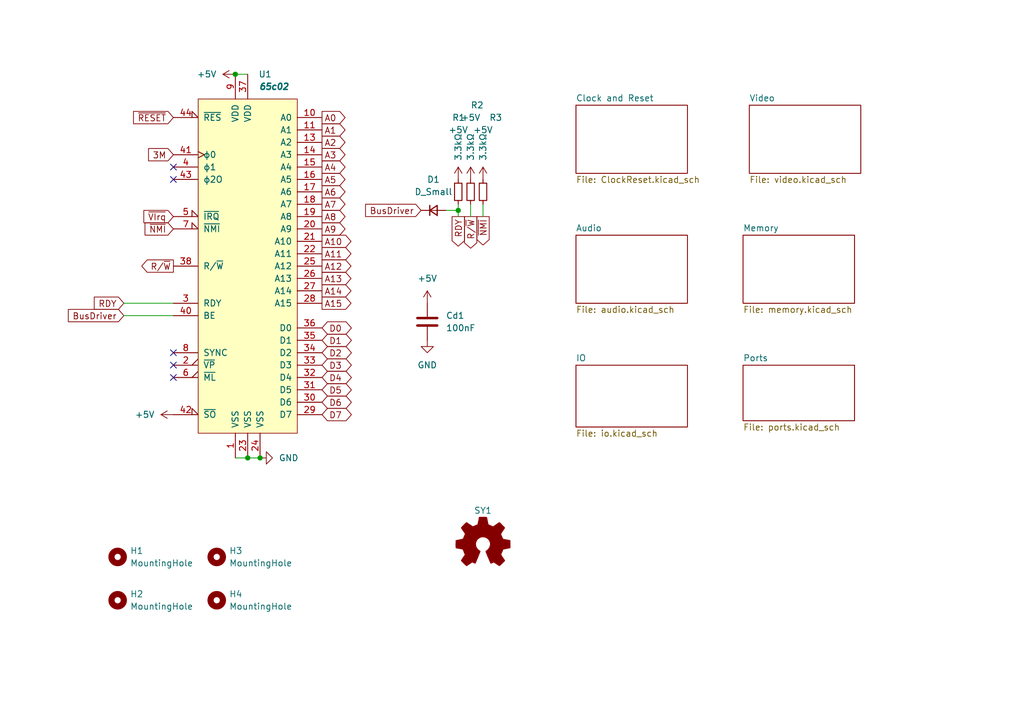
<source format=kicad_sch>
(kicad_sch (version 20230121) (generator eeschema)
  (paper "A5")
  (title_block (title "KITTY Computer"))
  (lib_symbols
    (symbol "65xx:W65C02SxPL" (pin_names (offset 1.016))
      (property "Reference" "U" (at -10.16 35.56 0))
      (property "Value" "W65C02SxPL" (at 0 0 90))
      (symbol "W65C02SxPL_0_1"
        (rectangle (start -10.16 34.29) (end 10.16 -34.29) (fill (type background)))
      )
      (symbol "W65C02SxPL_1_1"
        (pin power_in line (at -2.54 -39.37 90) (length 5.08) (name "VSS") (number "1"))
        (pin tri_state line (at 15.24 30.48 180) (length 5.08) (name "A0") (number "10"))
        (pin tri_state line (at 15.24 27.94 180) (length 5.08) (name "A1") (number "11"))
        (pin no_connect non_logic (at -10.16 -25.4 0) (length 2.54) hide (name "nc") (number "12"))
        (pin tri_state line (at 15.24 25.4 180) (length 5.08) (name "A2") (number "13"))
        (pin tri_state line (at 15.24 22.86 180) (length 5.08) (name "A3") (number "14"))
        (pin tri_state line (at 15.24 20.32 180) (length 5.08) (name "A4") (number "15"))
        (pin tri_state line (at 15.24 17.78 180) (length 5.08) (name "A5") (number "16"))
        (pin tri_state line (at 15.24 15.24 180) (length 5.08) (name "A6") (number "17"))
        (pin tri_state line (at 15.24 12.7 180) (length 5.08) (name "A7") (number "18"))
        (pin tri_state line (at 15.24 10.16 180) (length 5.08) (name "A8") (number "19"))
        (pin output output_low (at -15.24 -20.32 0) (length 5.08) (name "~{VP}") (number "2"))
        (pin tri_state line (at 15.24 7.62 180) (length 5.08) (name "A9") (number "20"))
        (pin tri_state line (at 15.24 5.08 180) (length 5.08) (name "A10") (number "21"))
        (pin tri_state line (at 15.24 2.54 180) (length 5.08) (name "A11") (number "22"))
        (pin power_in line (at 0 -39.37 90) (length 5.08) (name "VSS") (number "23"))
        (pin power_in line (at 2.54 -39.37 90) (length 5.08) (name "VSS") (number "24"))
        (pin tri_state line (at 15.24 0 180) (length 5.08) (name "A12") (number "25"))
        (pin tri_state line (at 15.24 -2.54 180) (length 5.08) (name "A13") (number "26"))
        (pin tri_state line (at 15.24 -5.08 180) (length 5.08) (name "A14") (number "27"))
        (pin tri_state line (at 15.24 -7.62 180) (length 5.08) (name "A15") (number "28"))
        (pin bidirectional line (at 15.24 -30.48 180) (length 5.08) (name "D7") (number "29"))
        (pin open_collector line (at -15.24 -7.62 0) (length 5.08) (name "RDY") (number "3"))
        (pin bidirectional line (at 15.24 -27.94 180) (length 5.08) (name "D6") (number "30"))
        (pin bidirectional line (at 15.24 -25.4 180) (length 5.08) (name "D5") (number "31"))
        (pin bidirectional line (at 15.24 -22.86 180) (length 5.08) (name "D4") (number "32"))
        (pin bidirectional line (at 15.24 -20.32 180) (length 5.08) (name "D3") (number "33"))
        (pin bidirectional line (at 15.24 -17.78 180) (length 5.08) (name "D2") (number "34"))
        (pin bidirectional line (at 15.24 -15.24 180) (length 5.08) (name "D1") (number "35"))
        (pin bidirectional line (at 15.24 -12.7 180) (length 5.08) (name "D0") (number "36"))
        (pin power_in line (at 0 39.37 270) (length 5.08) (name "VDD") (number "37"))
        (pin tri_state line (at -15.24 0 0) (length 5.08) (name "R/~{W}") (number "38"))
        (pin no_connect non_logic (at -10.16 -27.94 0) (length 2.54) hide (name "nc") (number "39"))
        (pin output line (at -15.24 20.32 0) (length 5.08) (name "ϕ1") (number "4"))
        (pin input line (at -15.24 -10.16 0) (length 5.08) (name "BE") (number "40"))
        (pin input clock (at -15.24 22.86 0) (length 5.08) (name "ϕ0") (number "41"))
        (pin input input_low (at -15.24 -30.48 0) (length 5.08) (name "~{SO}") (number "42"))
        (pin output line (at -15.24 17.78 0) (length 5.08) (name "ϕ2O") (number "43"))
        (pin input input_low (at -15.24 30.48 0) (length 5.08) (name "~{RES}") (number "44"))
        (pin input input_low (at -15.24 10.16 0) (length 5.08) (name "~{IRQ}") (number "5"))
        (pin output output_low (at -15.24 -22.86 0) (length 5.08) (name "~{ML}") (number "6"))
        (pin input input_low (at -15.24 7.62 0) (length 5.08) (name "~{NMI}") (number "7"))
        (pin output line (at -15.24 -17.78 0) (length 5.08) (name "SYNC") (number "8"))
        (pin power_in line (at -2.54 39.37 270) (length 5.08) (name "VDD") (number "9"))
      )
    )
    (symbol "Device:C" (pin_numbers hide) (pin_names (offset 0.254))
      (property "Reference" "C" (at 0.635 2.54 0))
      (property "Value" "C" (at 0.635 -2.54 0))
      (symbol "C_0_1"
        (polyline (pts (xy -2.032 -0.762) (xy 2.032 -0.762)) (stroke (width 0.508)))
        (polyline (pts (xy -2.032 0.762) (xy 2.032 0.762)) (stroke (width 0.508)))
      )
      (symbol "C_1_1"
        (pin passive line (at 0 3.81 270) (length 2.794) (name "~") (number "1"))
        (pin passive line (at 0 -3.81 90) (length 2.794) (name "~") (number "2"))
      )
    )
    (symbol "Device:D_Small" (pin_numbers hide) (pin_names (offset 0.254) hide)
      (property "Reference" "D" (at -1.27 2.032 0))
      (property "Value" "D_Small" (at -3.81 -2.032 0))
      (symbol "D_Small_0_1"
        (polyline (pts (xy -0.762 -1.016) (xy -0.762 1.016)) (stroke (width 0.254)))
        (polyline (pts (xy -0.762 0) (xy 0.762 0)))
        (polyline (pts (xy 0.762 -1.016) (xy -0.762 0) (xy 0.762 1.016) (xy 0.762 -1.016)) (stroke (width 0.254)))
      )
      (symbol "D_Small_1_1"
        (pin passive line (at -2.54 0 0) (length 1.778) (name "K") (number "1"))
        (pin passive line (at 2.54 0 180) (length 1.778) (name "A") (number "2"))
      )
    )
    (symbol "Device:R_Small" (pin_numbers hide) (pin_names (offset 0.254) hide)
      (property "Reference" "R" (at 0.762 0.508 0))
      (property "Value" "R_Small" (at 0.762 -1.016 0))
      (symbol "R_Small_0_1"
        (rectangle (start -0.762 1.778) (end 0.762 -1.778) (stroke (width 0.2032)))
      )
      (symbol "R_Small_1_1"
        (pin passive line (at 0 2.54 270) (length 0.762) (name "~") (number "1"))
        (pin passive line (at 0 -2.54 90) (length 0.762) (name "~") (number "2"))
      )
    )
    (symbol "Graphic:Logo_Open_Hardware_Small" (in_bom no) (on_board no)
      (symbol "Logo_Open_Hardware_Small_0_1"
        (polyline (pts (xy 3.3528 -4.3434) (xy 3.302 -4.318) (xy 3.175 -4.2418) (xy 2.9972 -4.1148) (xy 2.7686 -3.9624) (xy 2.54 -3.81) (xy 2.3622 -3.7084) (xy 2.2352 -3.6068) (xy 2.1844 -3.5814) (xy 2.159 -3.6068) (xy 2.0574 -3.6576) (xy 1.905 -3.7338) (xy 1.8034 -3.7846) (xy 1.6764 -3.8354) (xy 1.6002 -3.8354) (xy 1.6002 -3.8354) (xy 1.5494 -3.7338) (xy 1.4732 -3.5306) (xy 1.3462 -3.302) (xy 1.2446 -3.0226) (xy 1.1176 -2.7178) (xy 0.9652 -2.413) (xy 0.8636 -2.1082) (xy 0.7366 -1.8288) (xy 0.6604 -1.6256) (xy 0.6096 -1.4732) (xy 0.5842 -1.397) (xy 0.5842 -1.397) (xy 0.6604 -1.3208) (xy 0.7874 -1.2446) (xy 1.0414 -1.016) (xy 1.2954 -0.6858) (xy 1.4478 -0.3302) (xy 1.524 0.0762) (xy 1.4732 0.4572) (xy 1.3208 0.8128) (xy 1.0668 1.143) (xy 0.762 1.3716) (xy 0.4064 1.524) (xy 0 1.5748) (xy -0.381 1.5494) (xy -0.7366 1.397) (xy -1.0668 1.143) (xy -1.2192 0.9906) (xy -1.397 0.6604) (xy -1.524 0.3048) (xy -1.524 0.2286) (xy -1.4986 -0.1778) (xy -1.397 -0.5334) (xy -1.1938 -0.8636) (xy -0.9144 -1.143) (xy -0.8636 -1.1684) (xy -0.7366 -1.27) (xy -0.635 -1.3462) (xy -0.5842 -1.397) (xy -1.0668 -2.5908) (xy -1.143 -2.794) (xy -1.2954 -3.1242) (xy -1.397 -3.4036) (xy -1.4986 -3.6322) (xy -1.5748 -3.7846) (xy -1.6002 -3.8354) (xy -1.6002 -3.8354) (xy -1.651 -3.8354) (xy -1.7272 -3.81) (xy -1.905 -3.7338) (xy -2.0066 -3.683) (xy -2.1336 -3.6068) (xy -2.2098 -3.5814) (xy -2.2606 -3.6068) (xy -2.3622 -3.683) (xy -2.54 -3.81) (xy -2.7686 -3.9624) (xy -2.9718 -4.0894) (xy -3.1496 -4.2164) (xy -3.302 -4.318) (xy -3.3528 -4.3434) (xy -3.3782 -4.3434) (xy -3.429 -4.318) (xy -3.5306 -4.2164) (xy -3.7084 -4.064) (xy -3.937 -3.8354) (xy -3.9624 -3.81) (xy -4.1656 -3.6068) (xy -4.318 -3.4544) (xy -4.4196 -3.3274) (xy -4.445 -3.2766) (xy -4.445 -3.2766) (xy -4.4196 -3.2258) (xy -4.318 -3.0734) (xy -4.2164 -2.8956) (xy -4.064 -2.667) (xy -3.6576 -2.0828) (xy -3.8862 -1.5494) (xy -3.937 -1.3716) (xy -4.0386 -1.1684) (xy -4.0894 -1.0414) (xy -4.1148 -0.9652) (xy -4.191 -0.9398) (xy -4.318 -0.9144) (xy -4.5466 -0.8636) (xy -4.8006 -0.8128) (xy -5.0546 -0.7874) (xy -5.2578 -0.7366) (xy -5.4356 -0.7112) (xy -5.5118 -0.6858) (xy -5.5118 -0.6858) (xy -5.5372 -0.635) (xy -5.5372 -0.5588) (xy -5.5372 -0.4318) (xy -5.5626 -0.2286) (xy -5.5626 0.0762) (xy -5.5626 0.127) (xy -5.5372 0.4064) (xy -5.5372 0.635) (xy -5.5372 0.762) (xy -5.5372 0.8382) (xy -5.5372 0.8382) (xy -5.461 0.8382) (xy -5.3086 0.889) (xy -5.08 0.9144) (xy -4.826 0.9652) (xy -4.8006 0.9906) (xy -4.5466 1.0414) (xy -4.318 1.0668) (xy -4.1656 1.1176) (xy -4.0894 1.143) (xy -4.0894 1.143) (xy -4.0386 1.2446) (xy -3.9624 1.4224) (xy -3.8608 1.6256) (xy -3.7846 1.8288) (xy -3.7084 2.0066) (xy -3.6576 2.159) (xy -3.6322 2.2098) (xy -3.6322 2.2098) (xy -3.683 2.286) (xy -3.7592 2.413) (xy -3.8862 2.5908) (xy -4.064 2.8194) (xy -4.064 2.8448) (xy -4.2164 3.0734) (xy -4.3434 3.2512) (xy -4.4196 3.3782) (xy -4.445 3.4544) (xy -4.445 3.4544) (xy -4.3942 3.5052) (xy -4.2926 3.6322) (xy -4.1148 3.81) (xy -3.937 4.0132) (xy -3.8608 4.064) (xy -3.6576 4.2926) (xy -3.5052 4.4196) (xy -3.4036 4.4958) (xy -3.3528 4.5212) (xy -3.3528 4.5212) (xy -3.302 4.4704) (xy -3.1496 4.3688) (xy -2.9718 4.2418) (xy -2.7432 4.0894) (xy -2.7178 4.0894) (xy -2.4892 3.937) (xy -2.3114 3.81) (xy -2.1844 3.7084) (xy -2.1336 3.683) (xy -2.1082 3.683) (xy -2.032 3.7084) (xy -1.8542 3.7592) (xy -1.6764 3.8354) (xy -1.4732 3.937) (xy -1.27 4.0132) (xy -1.143 4.064) (xy -1.0668 4.1148) (xy -1.0668 4.1148) (xy -1.0414 4.191) (xy -1.016 4.3434) (xy -0.9652 4.572) (xy -0.9144 4.8514) (xy -0.889 4.9022) (xy -0.8382 5.1562) (xy -0.8128 5.3848) (xy -0.7874 5.5372) (xy -0.762 5.588) (xy -0.7112 5.6134) (xy -0.5842 5.6134) (xy -0.4064 5.6134) (xy -0.1524 5.6134) (xy 0.0762 5.6134) (xy 0.3302 5.6134) (xy 0.5334 5.6134) (xy 0.6858 5.588) (xy 0.7366 5.588) (xy 0.7366 5.588) (xy 0.762 5.5118) (xy 0.8128 5.334) (xy 0.8382 5.1054) (xy 0.9144 4.826) (xy 0.9144 4.7752) (xy 0.9652 4.5212) (xy 1.016 4.2926) (xy 1.0414 4.1402) (xy 1.0668 4.0894) (xy 1.0668 4.0894) (xy 1.1938 4.0386) (xy 1.3716 3.9624) (xy 1.5748 3.8608) (xy 2.0828 3.6576) (xy 2.7178 4.0894) (xy 2.7686 4.1402) (xy 2.9972 4.2926) (xy 3.175 4.4196) (xy 3.302 4.4958) (xy 3.3782 4.5212) (xy 3.3782 4.5212) (xy 3.429 4.4704) (xy 3.556 4.3434) (xy 3.7338 4.191) (xy 3.9116 3.9878) (xy 4.064 3.8354) (xy 4.2418 3.6576) (xy 4.3434 3.556) (xy 4.4196 3.4798) (xy 4.4196 3.429) (xy 4.4196 3.4036) (xy 4.3942 3.3274) (xy 4.2926 3.2004) (xy 4.1656 2.9972) (xy 4.0132 2.794) (xy 3.8862 2.5908) (xy 3.7592 2.3876) (xy 3.6576 2.2352) (xy 3.6322 2.159) (xy 3.6322 2.1336) (xy 3.683 2.0066) (xy 3.7592 1.8288) (xy 3.8608 1.6002) (xy 4.064 1.1176) (xy 4.3942 1.0414) (xy 4.5974 1.016) (xy 4.8768 0.9652) (xy 5.1308 0.9144) (xy 5.5372 0.8382) (xy 5.5626 -0.6604) (xy 5.4864 -0.6858) (xy 5.4356 -0.6858) (xy 5.2832 -0.7366) (xy 5.0546 -0.762) (xy 4.8006 -0.8128) (xy 4.5974 -0.8636) (xy 4.3688 -0.9144) (xy 4.2164 -0.9398) (xy 4.1402 -0.9398) (xy 4.1148 -0.9652) (xy 4.064 -1.0668) (xy 3.9878 -1.2446) (xy 3.9116 -1.4478) (xy 3.81 -1.651) (xy 3.7338 -1.8542) (xy 3.683 -2.0066) (xy 3.6576 -2.0828) (xy 3.683 -2.1336) (xy 3.7846 -2.2606) (xy 3.8862 -2.4638) (xy 4.0386 -2.667) (xy 4.191 -2.8956) (xy 4.318 -3.0734) (xy 4.3942 -3.2004) (xy 4.445 -3.2766) (xy 4.4196 -3.3274) (xy 4.3434 -3.429) (xy 4.1656 -3.5814) (xy 3.937 -3.8354) (xy 3.8862 -3.8608) (xy 3.683 -4.064) (xy 3.5306 -4.2164) (xy 3.4036 -4.318) (xy 3.3528 -4.3434)) (fill (type outline)))
      )
    )
    (symbol "Mechanical:MountingHole" (pin_names (offset 1.016))
      (property "Reference" "H" (at 0 5.08 0))
      (property "Value" "MountingHole" (at 0 3.175 0))
      (symbol "MountingHole_0_1"
        (circle (center 0 0) (radius 1.27) (stroke (width 1.27)))
      )
    )
    (symbol "power:+5V" (power) (pin_names (offset 0))
      (property "Value" "+5V" (at 0 3.556 0))
      (symbol "+5V_0_1"
        (polyline (pts (xy -0.762 1.27) (xy 0 2.54)))
        (polyline (pts (xy 0 0) (xy 0 2.54)))
        (polyline (pts (xy 0 2.54) (xy 0.762 1.27)))
      )
      (symbol "+5V_1_1"
        (pin power_in line (at 0 0 90) (length 0) hide (name "+5V") (number "1"))
      )
    )
    (symbol "power:GND" (power) (pin_names (offset 0))
      (property "Value" "GND" (at 0 -3.81 0))
      (symbol "GND_0_1"
        (polyline (pts (xy 0 0) (xy 0 -1.27) (xy 1.27 -1.27) (xy 0 -2.54) (xy -1.27 -1.27) (xy 0 -1.27)))
      )
      (symbol "GND_1_1"
        (pin power_in line (at 0 0 270) (length 0) hide (name "GND") (number "1"))
      )
    )
  )
  (junction (at 93.98 43.18))
  (junction (at 50.8 93.98))
  (junction (at 53.34 93.98))
  (junction (at 48.26 15.24))
  (no_connect (at 35.56 34.29))
  (no_connect (at 35.56 77.47))
  (no_connect (at 35.56 36.83))
  (no_connect (at 35.56 72.39))
  (no_connect (at 35.56 74.93))
  (wire (pts (xy 25.4 64.77) (xy 35.56 64.77)))
  (wire (pts (xy 48.26 15.24) (xy 50.8 15.24)))
  (wire (pts (xy 93.98 41.91) (xy 93.98 43.18)))
  (wire (pts (xy 48.26 93.98) (xy 50.8 93.98)))
  (wire (pts (xy 99.06 41.91) (xy 99.06 44.45)))
  (wire (pts (xy 93.98 43.18) (xy 93.98 44.45)))
  (wire (pts (xy 50.8 93.98) (xy 53.34 93.98)))
  (wire (pts (xy 25.4 62.23) (xy 35.56 62.23)))
  (wire (pts (xy 91.44 43.18) (xy 93.98 43.18)))
  (wire (pts (xy 96.52 41.91) (xy 96.52 44.45)))
  (global_label "RDY" (shape output) (at 93.98 44.45 270) (property "Intersheetrefs" "${INTERSHEET_REFS}" (effects hide)))
  (global_label "D4" (shape bidirectional) (at 66.04 77.47 0) (property "Intersheetrefs" "${INTERSHEET_REFS}" (effects hide)))
  (global_label "R{slash}~{W}" (shape output) (at 96.52 44.45 270) (property "Intersheetrefs" "${INTERSHEET_REFS}" (effects hide)))
  (global_label "A6" (shape output) (at 66.04 39.37 0) (property "Intersheetrefs" "${INTERSHEET_REFS}" (effects hide)))
  (global_label "A7" (shape output) (at 66.04 41.91 0) (property "Intersheetrefs" "${INTERSHEET_REFS}" (effects hide)))
  (global_label "RDY" (shape input) (at 25.4 62.23 180) (property "Intersheetrefs" "${INTERSHEET_REFS}" (effects hide)))
  (global_label "A2" (shape output) (at 66.04 29.21 0) (property "Intersheetrefs" "${INTERSHEET_REFS}" (effects hide)))
  (global_label "D3" (shape bidirectional) (at 66.04 74.93 0) (property "Intersheetrefs" "${INTERSHEET_REFS}" (effects hide)))
  (global_label "A10" (shape output) (at 66.04 49.53 0) (property "Intersheetrefs" "${INTERSHEET_REFS}" (effects hide)))
  (global_label "D7" (shape bidirectional) (at 66.04 85.09 0) (property "Intersheetrefs" "${INTERSHEET_REFS}" (effects hide)))
  (global_label "A0" (shape output) (at 66.04 24.13 0) (property "Intersheetrefs" "${INTERSHEET_REFS}" (effects hide)))
  (global_label "A1" (shape output) (at 66.04 26.67 0) (property "Intersheetrefs" "${INTERSHEET_REFS}" (effects hide)))
  (global_label "BusDriver" (shape input) (at 86.36 43.18 180) (property "Intersheetrefs" "${INTERSHEET_REFS}" (effects hide)))
  (global_label "A15" (shape output) (at 66.04 62.23 0) (property "Intersheetrefs" "${INTERSHEET_REFS}" (effects hide)))
  (global_label "A5" (shape output) (at 66.04 36.83 0) (property "Intersheetrefs" "${INTERSHEET_REFS}" (effects hide)))
  (global_label "A9" (shape output) (at 66.04 46.99 0) (property "Intersheetrefs" "${INTERSHEET_REFS}" (effects hide)))
  (global_label "~{VIrq}" (shape input) (at 35.56 44.45 180) (property "Intersheetrefs" "${INTERSHEET_REFS}" (effects hide)))
  (global_label "A13" (shape output) (at 66.04 57.15 0) (property "Intersheetrefs" "${INTERSHEET_REFS}" (effects hide)))
  (global_label "A3" (shape output) (at 66.04 31.75 0) (property "Intersheetrefs" "${INTERSHEET_REFS}" (effects hide)))
  (global_label "A14" (shape output) (at 66.04 59.69 0) (property "Intersheetrefs" "${INTERSHEET_REFS}" (effects hide)))
  (global_label "A8" (shape output) (at 66.04 44.45 0) (property "Intersheetrefs" "${INTERSHEET_REFS}" (effects hide)))
  (global_label "D1" (shape bidirectional) (at 66.04 69.85 0) (property "Intersheetrefs" "${INTERSHEET_REFS}" (effects hide)))
  (global_label "D5" (shape bidirectional) (at 66.04 80.01 0) (property "Intersheetrefs" "${INTERSHEET_REFS}" (effects hide)))
  (global_label "~{NMI}" (shape input) (at 35.56 46.99 180) (property "Intersheetrefs" "${INTERSHEET_REFS}" (effects hide)))
  (global_label "~{RESET}" (shape input) (at 35.56 24.13 180) (property "Intersheetrefs" "${INTERSHEET_REFS}" (effects hide)))
  (global_label "D2" (shape bidirectional) (at 66.04 72.39 0) (property "Intersheetrefs" "${INTERSHEET_REFS}" (effects hide)))
  (global_label "R{slash}~{W}" (shape output) (at 35.56 54.61 180) (property "Intersheetrefs" "${INTERSHEET_REFS}" (effects hide)))
  (global_label "D6" (shape bidirectional) (at 66.04 82.55 0) (property "Intersheetrefs" "${INTERSHEET_REFS}" (effects hide)))
  (global_label "A11" (shape output) (at 66.04 52.07 0) (property "Intersheetrefs" "${INTERSHEET_REFS}" (effects hide)))
  (global_label "A4" (shape output) (at 66.04 34.29 0) (property "Intersheetrefs" "${INTERSHEET_REFS}" (effects hide)))
  (global_label "A12" (shape output) (at 66.04 54.61 0) (property "Intersheetrefs" "${INTERSHEET_REFS}" (effects hide)))
  (global_label "D0" (shape bidirectional) (at 66.04 67.31 0) (property "Intersheetrefs" "${INTERSHEET_REFS}" (effects hide)))
  (global_label "~{NMI}" (shape output) (at 99.06 44.45 270) (property "Intersheetrefs" "${INTERSHEET_REFS}" (effects hide)))
  (global_label "3M" (shape input) (at 35.56 31.75 180) (property "Intersheetrefs" "${INTERSHEET_REFS}" (effects hide)))
  (global_label "BusDriver" (shape input) (at 25.4 64.77 180) (property "Intersheetrefs" "${INTERSHEET_REFS}" (effects hide)))
  (symbol (lib_id "power:GND") (at 53.34 93.98 90) (unit 1)
    (property "Reference" "#PWR03" (effects hide))
    (property "Value" "GND" (at 57.15 93.98 90) (effects (justify right)))
  )
  (symbol (lib_id "power:+5V") (at 48.26 15.24 90) (unit 1)
    (property "Reference" "#PWR02" (effects hide))
    (property "Value" "+5V" (at 44.45 15.24 90) (effects (justify left)))
  )
  (symbol (lib_id "power:+5V") (at 99.06 36.83 0) (unit 1)
    (property "Reference" "#PWR08" (effects hide))
    (property "Value" "+5V" (at 99.06 26.67 0))
  )
  (symbol (lib_id "Graphic:Logo_Open_Hardware_Small") (at 99.06 111.76 0) (unit 1) (in_bom no)
    (property "Reference" "SY1" (at 99.06 104.775 0))
    (property "Value" "Logo_Open_Hardware_Small" (effects hide))
    (property "Footprint" "Symbol:OSHW-Logo_7.5x8mm_SilkScreen" (effects hide))
  )
  (symbol (lib_id "Device:R_Small") (at 99.06 39.37 180) (unit 1)
    (property "Reference" "R3" (at 100.33 24.13 0) (effects (justify right)))
    (property "Value" "3.3kΩ" (at 99.06 33.02 90) (effects (justify right)))
    (property "Footprint" "Resistor_THT:R_Axial_DIN0204_L3.6mm_D1.6mm_P7.62mm_Horizontal" (effects hide))
  )
  (symbol (lib_id "65xx:W65C02SxPL") (at 50.8 54.61 0) (unit 1)
    (property "Reference" "U1" (at 52.9941 15.24 0) (effects (justify left)))
    (property "Value" "65c02" (at 52.9941 17.78 0) (effects (font bold italic) (justify left)))
    (property "Footprint" "PCM_Package_LCC_AKL:PLCC-44_THT-Socket" (effects hide))
    (property "Datasheet" "http://www.westerndesigncenter.com/wdc/documentation/w65c02s.pdf" (effects hide))
  )
  (symbol (lib_id "Device:R_Small") (at 96.52 39.37 180) (unit 1)
    (property "Reference" "R2" (at 96.52 21.59 0) (effects (justify right)))
    (property "Value" "3.3kΩ" (at 96.52 33.02 90) (effects (justify right)))
    (property "Footprint" "Resistor_THT:R_Axial_DIN0204_L3.6mm_D1.6mm_P7.62mm_Horizontal" (effects hide))
  )
  (symbol (lib_id "Device:R_Small") (at 93.98 39.37 180) (unit 1)
    (property "Reference" "R1" (at 92.71 24.13 0) (effects (justify right)))
    (property "Value" "3.3kΩ" (at 93.98 33.02 90) (effects (justify right)))
    (property "Footprint" "Resistor_THT:R_Axial_DIN0204_L3.6mm_D1.6mm_P7.62mm_Horizontal" (effects hide))
  )
  (symbol (lib_id "Mechanical:MountingHole") (at 44.45 114.3 0) (unit 1)
    (property "Reference" "H3" (at 46.99 113.03 0) (effects (justify left)))
    (property "Value" "MountingHole" (at 46.99 115.57 0) (effects (justify left)))
    (property "Footprint" "MountingHole:MountingHole_3.2mm_M3_ISO14580" (effects hide))
  )
  (symbol (lib_id "power:+5V") (at 93.98 36.83 0) (unit 1)
    (property "Reference" "#PWR06" (effects hide))
    (property "Value" "+5V" (at 93.98 26.67 0))
  )
  (symbol (lib_id "Mechanical:MountingHole") (at 44.45 123.19 0) (unit 1)
    (property "Reference" "H4" (at 46.99 121.92 0) (effects (justify left)))
    (property "Value" "MountingHole" (at 46.99 124.46 0) (effects (justify left)))
    (property "Footprint" "MountingHole:MountingHole_3.2mm_M3_ISO14580" (effects hide))
  )
  (symbol (lib_id "Device:D_Small") (at 88.9 43.18 0) (unit 1)
    (property "Reference" "D1" (at 88.9 36.83 0))
    (property "Value" "D_Small" (at 88.9 39.37 0))
    (property "Footprint" "Diode_THT:D_DO-34_SOD68_P7.62mm_Horizontal" (effects hide))
    (property "Sim.Device" "D" (effects hide))
    (property "Sim.Pins" "1=K 2=A" (effects hide))
  )
  (symbol (lib_id "Device:C") (at 87.63 66.04 0) (unit 1)
    (property "Reference" "Cd1" (at 91.44 64.77 0) (effects (justify left)))
    (property "Value" "100nF" (at 91.44 67.31 0) (effects (justify left)))
    (property "Footprint" "Capacitor_THT:C_Disc_D3.0mm_W2.0mm_P2.50mm" (effects hide))
  )
  (symbol (lib_id "Mechanical:MountingHole") (at 24.13 114.3 0) (unit 1)
    (property "Reference" "H1" (at 26.67 113.03 0) (effects (justify left)))
    (property "Value" "MountingHole" (at 26.67 115.57 0) (effects (justify left)))
    (property "Footprint" "MountingHole:MountingHole_3.2mm_M3_ISO14580" (effects hide))
  )
  (symbol (lib_id "Mechanical:MountingHole") (at 24.13 123.19 0) (unit 1)
    (property "Reference" "H2" (at 26.67 121.92 0) (effects (justify left)))
    (property "Value" "MountingHole" (at 26.67 124.46 0) (effects (justify left)))
    (property "Footprint" "MountingHole:MountingHole_3.2mm_M3_ISO14580" (effects hide))
  )
  (symbol (lib_id "power:+5V") (at 35.56 85.09 90) (unit 1)
    (property "Reference" "#PWR01" (effects hide))
    (property "Value" "+5V" (at 31.75 85.09 90) (effects (justify left)))
  )
  (symbol (lib_id "power:+5V") (at 96.52 36.83 0) (unit 1)
    (property "Reference" "#PWR07" (effects hide))
    (property "Value" "+5V" (at 96.52 24.13 0))
  )
  (symbol (lib_id "power:GND") (at 87.63 69.85 0) (unit 1)
    (property "Reference" "#PWR05" (effects hide))
    (property "Value" "GND" (at 87.63 74.93 0))
  )
  (symbol (lib_id "power:+5V") (at 87.63 62.23 0) (unit 1)
    (property "Reference" "#PWR04" (effects hide))
    (property "Value" "+5V" (at 87.63 57.15 0))
  )
  (sheet (at 153.67 21.59) (size 22.86 13.97) (stroke (width 0.1524))
    (property "Sheetname" "Video" (at 153.67 20.8784 0) (effects (justify left bottom)))
    (property "Sheetfile" "video.kicad_sch" (at 153.67 36.1446 0) (effects (justify left top)))
  )
  (sheet (at 118.11 48.26) (size 22.86 13.97) (stroke (width 0.1524))
    (property "Sheetname" "Audio" (at 118.11 47.5484 0) (effects (justify left bottom)))
    (property "Sheetfile" "audio.kicad_sch" (at 118.11 62.8146 0) (effects (justify left top)))
  )
  (sheet (at 118.11 21.59) (size 22.86 13.97) (stroke (width 0.1524))
    (property "Sheetname" "Clock and Reset" (at 118.11 20.8784 0) (effects (justify left bottom)))
    (property "Sheetfile" "ClockReset.kicad_sch" (at 118.11 36.1446 0) (effects (justify left top)))
  )
  (sheet (at 118.11 74.93) (size 22.86 12.7) (stroke (width 0.1524))
    (property "Sheetname" "IO" (at 118.11 74.2184 0) (effects (justify left bottom)))
    (property "Sheetfile" "io.kicad_sch" (at 118.11 88.2146 0) (effects (justify left top)))
  )
  (sheet (at 152.4 74.93) (size 22.86 11.43) (stroke (width 0.1524))
    (property "Sheetname" "Ports" (at 152.4 74.2184 0) (effects (justify left bottom)))
    (property "Sheetfile" "ports.kicad_sch" (at 152.4 86.9446 0) (effects (justify left top)))
  )
  (sheet (at 152.4 48.26) (size 22.86 13.97) (stroke (width 0.1524))
    (property "Sheetname" "Memory" (at 152.4 47.5484 0) (effects (justify left bottom)))
    (property "Sheetfile" "memory.kicad_sch" (at 152.4 62.8146 0) (effects (justify left top)))
  )
)
</source>
